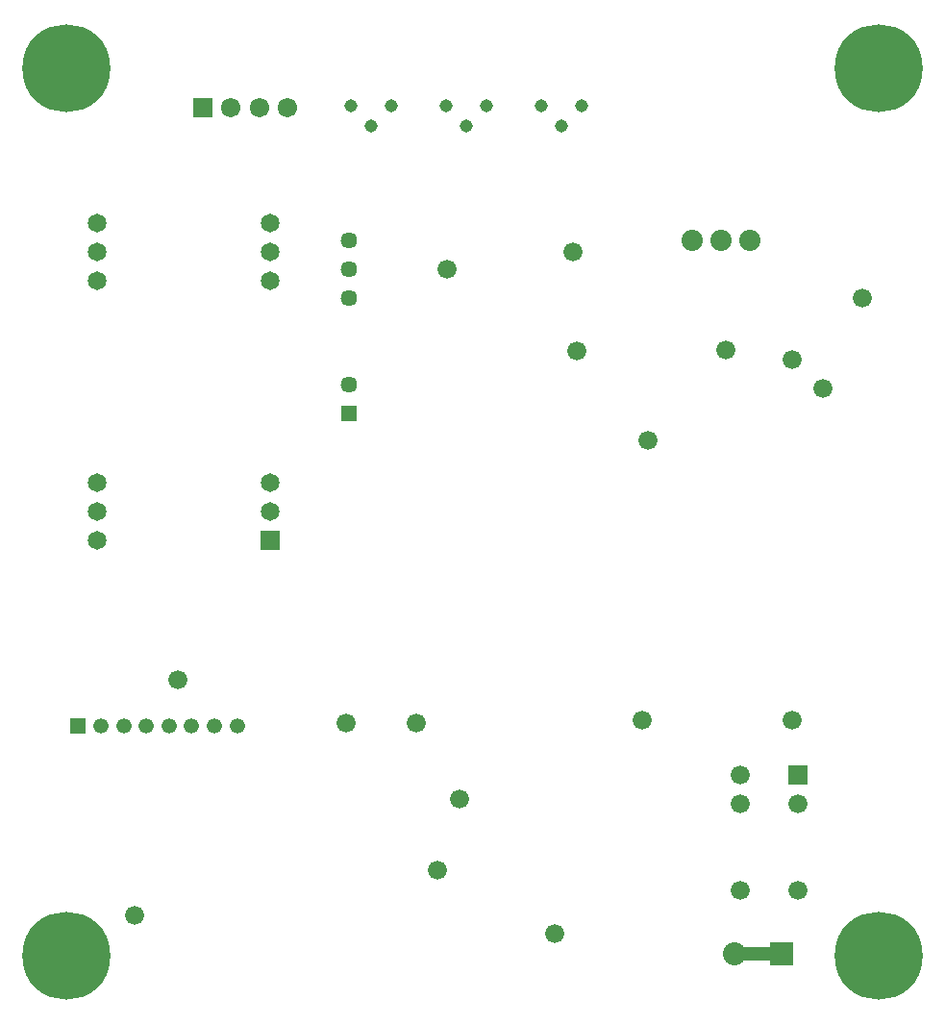
<source format=gbs>
G04*
G04 #@! TF.GenerationSoftware,Altium Limited,Altium Designer,20.0.11 (256)*
G04*
G04 Layer_Color=16711935*
%FSLAX25Y25*%
%MOIN*%
G70*
G01*
G75*
%ADD61C,0.04500*%
%ADD101C,0.06500*%
%ADD102R,0.06500X0.06500*%
%ADD103C,0.06602*%
%ADD104R,0.06602X0.06602*%
%ADD105R,0.05728X0.05728*%
%ADD106C,0.05728*%
%ADD107C,0.30500*%
%ADD108C,0.08000*%
%ADD109R,0.08000X0.08000*%
%ADD110C,0.07390*%
%ADD111C,0.05224*%
%ADD112R,0.05224X0.05224*%
%ADD113C,0.06760*%
%ADD114R,0.06760X0.06760*%
%ADD153R,0.12936X0.04900*%
D61*
X198000Y315000D02*
D03*
X184000D02*
D03*
X191000Y308000D02*
D03*
X132000Y315000D02*
D03*
X118000D02*
D03*
X125000Y308000D02*
D03*
X165000Y315000D02*
D03*
X151000D02*
D03*
X158000Y308000D02*
D03*
D101*
X90000Y264500D02*
D03*
Y274500D02*
D03*
Y254500D02*
D03*
X30000D02*
D03*
X90000Y184500D02*
D03*
Y174500D02*
D03*
X30000Y274500D02*
D03*
Y184500D02*
D03*
Y264500D02*
D03*
Y174500D02*
D03*
Y164500D02*
D03*
D102*
X90000D02*
D03*
D103*
X253000Y83000D02*
D03*
Y73000D02*
D03*
Y43000D02*
D03*
X273000D02*
D03*
Y73000D02*
D03*
X219000Y102000D02*
D03*
X155925Y74800D02*
D03*
X116480Y101000D02*
D03*
X151500Y258500D02*
D03*
X271200Y227000D02*
D03*
X43160Y34320D02*
D03*
X140847Y101000D02*
D03*
X295500Y248500D02*
D03*
X196500Y230000D02*
D03*
X195000Y264500D02*
D03*
X247957Y230500D02*
D03*
X221000Y199000D02*
D03*
X58000Y116000D02*
D03*
X281653Y217000D02*
D03*
X271000Y102000D02*
D03*
X148000Y50217D02*
D03*
X188850Y28130D02*
D03*
D104*
X273000Y83000D02*
D03*
D105*
X117500Y208500D02*
D03*
D106*
Y218500D02*
D03*
Y258500D02*
D03*
Y268500D02*
D03*
Y248500D02*
D03*
D107*
X19500Y20500D02*
D03*
Y328000D02*
D03*
X301000D02*
D03*
Y20500D02*
D03*
D108*
X251000Y21244D02*
D03*
D109*
X267299D02*
D03*
D110*
X246500Y268500D02*
D03*
X236500D02*
D03*
X256500D02*
D03*
D111*
X62921Y100000D02*
D03*
X55047D02*
D03*
X78669D02*
D03*
X70795D02*
D03*
X31425D02*
D03*
X47173D02*
D03*
X39299D02*
D03*
D112*
X23551D02*
D03*
D113*
X96231Y314331D02*
D03*
X86388D02*
D03*
X76545D02*
D03*
D114*
X66703D02*
D03*
D153*
X257468Y21194D02*
D03*
M02*

</source>
